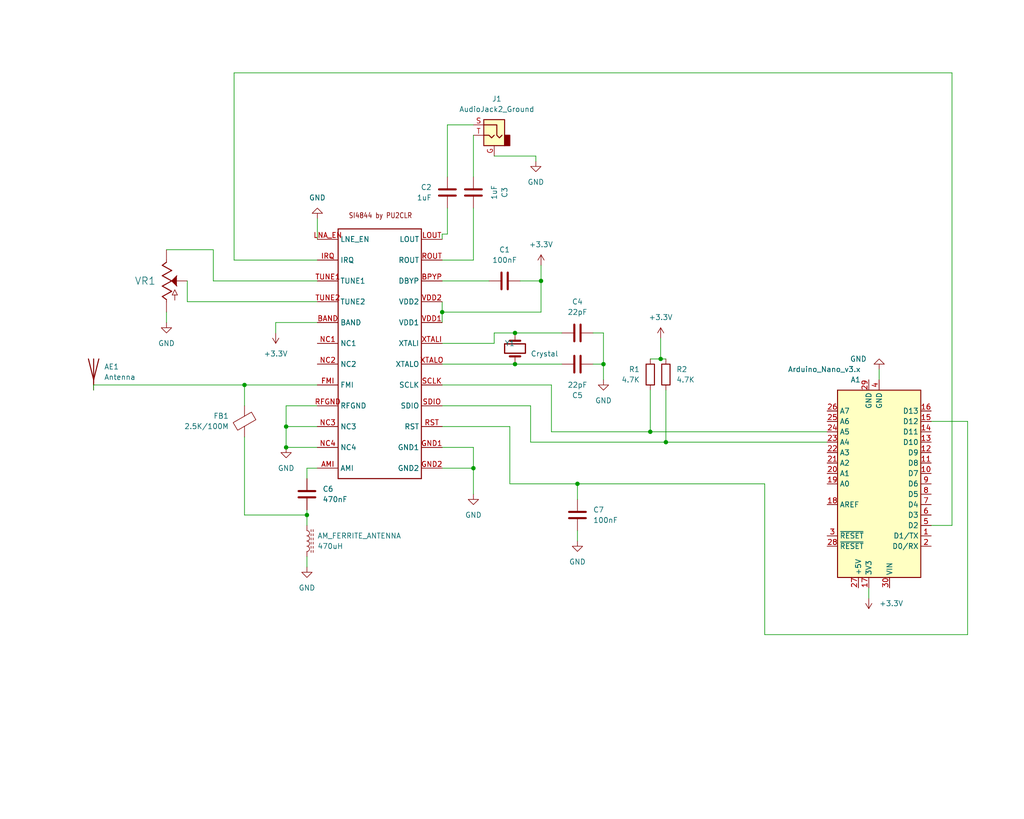
<source format=kicad_sch>
(kicad_sch (version 20230121) (generator eeschema)
  (paper "User" 250.012 200)
  (title_block (title "SI4844 and Arduino Setup") (company "Ricardo Lima Caratti"))
  (lib_symbols
    (symbol "Connector_Audio:AudioJack2_Ground"
      (property "Reference" "J" (at 0 8.89 0))
      (property "Value" "AudioJack2_Ground" (at 0 6.35 0))
      (symbol "AudioJack2_Ground_0_1"
        (rectangle (start -2.54 -2.54) (end -3.81 0) (stroke (width 0.254)) (fill (type outline)))
        (polyline (pts (xy 0 0) (xy 0.635 -0.635) (xy 1.27 0) (xy 2.54 0)) (stroke (width 0.254)))
        (polyline (pts (xy 2.54 2.54) (xy -0.635 2.54) (xy -0.635 0) (xy -1.27 -0.635) (xy -1.905 0)) (stroke (width 0.254)))
        (rectangle (start 2.54 3.81) (end -2.54 -2.54) (stroke (width 0.254)) (fill (type background)))
      )
      (symbol "AudioJack2_Ground_1_1"
        (pin passive line (at 0 -5.08 90) (length 2.54) (name "~") (number "G"))
        (pin passive line (at 5.08 2.54 180) (length 2.54) (name "~") (number "S"))
        (pin passive line (at 5.08 0 180) (length 2.54) (name "~") (number "T"))
      )
    )
    (symbol "Device:Antenna" (pin_numbers hide) (pin_names (offset 1.016) hide)
      (property "Reference" "AE" (at -1.905 1.905 0))
      (property "Value" "Antenna" (at -1.905 0 0))
      (symbol "Antenna_0_1"
        (polyline (pts (xy 0 2.54) (xy 0 -3.81)) (stroke (width 0.254)))
        (polyline (pts (xy 1.27 2.54) (xy 0 -2.54) (xy -1.27 2.54)) (stroke (width 0.254)))
      )
      (symbol "Antenna_1_1"
        (pin input line (at 0 -5.08 90) (length 2.54) (name "A") (number "1"))
      )
    )
    (symbol "Device:C" (pin_numbers hide) (pin_names (offset 0.254))
      (property "Reference" "C" (at 0.635 2.54 0))
      (property "Value" "C" (at 0.635 -2.54 0))
      (symbol "C_0_1"
        (polyline (pts (xy -2.032 -0.762) (xy 2.032 -0.762)) (stroke (width 0.508)))
        (polyline (pts (xy -2.032 0.762) (xy 2.032 0.762)) (stroke (width 0.508)))
      )
      (symbol "C_1_1"
        (pin passive line (at 0 3.81 270) (length 2.794) (name "~") (number "1"))
        (pin passive line (at 0 -3.81 90) (length 2.794) (name "~") (number "2"))
      )
    )
    (symbol "Device:Crystal" (pin_numbers hide) (pin_names (offset 1.016) hide)
      (property "Reference" "Y" (at 0 3.81 0))
      (property "Value" "Crystal" (at 0 -3.81 0))
      (symbol "Crystal_0_1"
        (rectangle (start -1.143 2.54) (end 1.143 -2.54) (stroke (width 0.3048)))
        (polyline (pts (xy -2.54 0) (xy -1.905 0)))
        (polyline (pts (xy -1.905 -1.27) (xy -1.905 1.27)) (stroke (width 0.508)))
        (polyline (pts (xy 1.905 -1.27) (xy 1.905 1.27)) (stroke (width 0.508)))
        (polyline (pts (xy 2.54 0) (xy 1.905 0)))
      )
      (symbol "Crystal_1_1"
        (pin passive line (at -3.81 0 0) (length 1.27) (name "1") (number "1"))
        (pin passive line (at 3.81 0 180) (length 1.27) (name "2") (number "2"))
      )
    )
    (symbol "Device:FerriteBead" (pin_numbers hide) (pin_names (offset 0))
      (property "Reference" "FB" (at -3.81 0.635 90))
      (property "Value" "FerriteBead" (at 3.81 0 90))
      (symbol "FerriteBead_0_1"
        (polyline (pts (xy 0 -1.27) (xy 0 -1.2192)))
        (polyline (pts (xy 0 1.27) (xy 0 1.2954)))
        (polyline (pts (xy -2.7686 0.4064) (xy -1.7018 2.2606) (xy 2.7686 -0.3048) (xy 1.6764 -2.159) (xy -2.7686 0.4064)))
      )
      (symbol "FerriteBead_1_1"
        (pin passive line (at 0 3.81 270) (length 2.54) (name "~") (number "1"))
        (pin passive line (at 0 -3.81 90) (length 2.54) (name "~") (number "2"))
      )
    )
    (symbol "Device:L_Ferrite" (pin_numbers hide) (pin_names (offset 1.016) hide)
      (property "Reference" "L" (at -1.27 0 90))
      (property "Value" "L_Ferrite" (at 2.794 0 90))
      (symbol "L_Ferrite_0_1"
        (arc (start 0 -2.54) (mid 0.6323 -1.905) (end 0 -1.27))
        (arc (start 0 -1.27) (mid 0.6323 -0.635) (end 0 0))
        (polyline (pts (xy 1.016 -2.794) (xy 1.016 -2.286)))
        (polyline (pts (xy 1.016 -1.778) (xy 1.016 -1.27)))
        (polyline (pts (xy 1.016 -0.762) (xy 1.016 -0.254)))
        (polyline (pts (xy 1.016 0.254) (xy 1.016 0.762)))
        (polyline (pts (xy 1.016 1.27) (xy 1.016 1.778)))
        (polyline (pts (xy 1.016 2.286) (xy 1.016 2.794)))
        (polyline (pts (xy 1.524 -2.286) (xy 1.524 -2.794)))
        (polyline (pts (xy 1.524 -1.27) (xy 1.524 -1.778)))
        (polyline (pts (xy 1.524 -0.254) (xy 1.524 -0.762)))
        (polyline (pts (xy 1.524 0.762) (xy 1.524 0.254)))
        (polyline (pts (xy 1.524 1.778) (xy 1.524 1.27)))
        (polyline (pts (xy 1.524 2.794) (xy 1.524 2.286)))
        (arc (start 0 0) (mid 0.6323 0.635) (end 0 1.27))
        (arc (start 0 1.27) (mid 0.6323 1.905) (end 0 2.54))
      )
      (symbol "L_Ferrite_1_1"
        (pin passive line (at 0 3.81 270) (length 1.27) (name "1") (number "1"))
        (pin passive line (at 0 -3.81 90) (length 1.27) (name "2") (number "2"))
      )
    )
    (symbol "Device:R" (pin_numbers hide) (pin_names (offset 0))
      (property "Reference" "R" (at 2.032 0 90))
      (property "Value" "R" (at 0 0 90))
      (symbol "R_0_1"
        (rectangle (start -1.016 -2.54) (end 1.016 2.54) (stroke (width 0.254)))
      )
      (symbol "R_1_1"
        (pin passive line (at 0 3.81 270) (length 1.27) (name "~") (number "1"))
        (pin passive line (at 0 -3.81 90) (length 1.27) (name "~") (number "2"))
      )
    )
    (symbol "MCU_Module:Arduino_Nano_v3.x"
      (property "Reference" "A" (at -10.16 23.495 0))
      (property "Value" "Arduino_Nano_v3.x" (at 5.08 -24.13 0))
      (symbol "Arduino_Nano_v3.x_0_1"
        (rectangle (start -10.16 22.86) (end 10.16 -22.86) (stroke (width 0.254)) (fill (type background)))
      )
      (symbol "Arduino_Nano_v3.x_1_1"
        (pin bidirectional line (at -12.7 12.7 0) (length 2.54) (name "D1/TX") (number "1"))
        (pin bidirectional line (at -12.7 -2.54 0) (length 2.54) (name "D7") (number "10"))
        (pin bidirectional line (at -12.7 -5.08 0) (length 2.54) (name "D8") (number "11"))
        (pin bidirectional line (at -12.7 -7.62 0) (length 2.54) (name "D9") (number "12"))
        (pin bidirectional line (at -12.7 -10.16 0) (length 2.54) (name "D10") (number "13"))
        (pin bidirectional line (at -12.7 -12.7 0) (length 2.54) (name "D11") (number "14"))
        (pin bidirectional line (at -12.7 -15.24 0) (length 2.54) (name "D12") (number "15"))
        (pin bidirectional line (at -12.7 -17.78 0) (length 2.54) (name "D13") (number "16"))
        (pin power_out line (at 2.54 25.4 270) (length 2.54) (name "3V3") (number "17"))
        (pin input line (at 12.7 5.08 180) (length 2.54) (name "AREF") (number "18"))
        (pin bidirectional line (at 12.7 0 180) (length 2.54) (name "A0") (number "19"))
        (pin bidirectional line (at -12.7 15.24 0) (length 2.54) (name "D0/RX") (number "2"))
        (pin bidirectional line (at 12.7 -2.54 180) (length 2.54) (name "A1") (number "20"))
        (pin bidirectional line (at 12.7 -5.08 180) (length 2.54) (name "A2") (number "21"))
        (pin bidirectional line (at 12.7 -7.62 180) (length 2.54) (name "A3") (number "22"))
        (pin bidirectional line (at 12.7 -10.16 180) (length 2.54) (name "A4") (number "23"))
        (pin bidirectional line (at 12.7 -12.7 180) (length 2.54) (name "A5") (number "24"))
        (pin bidirectional line (at 12.7 -15.24 180) (length 2.54) (name "A6") (number "25"))
        (pin bidirectional line (at 12.7 -17.78 180) (length 2.54) (name "A7") (number "26"))
        (pin power_out line (at 5.08 25.4 270) (length 2.54) (name "+5V") (number "27"))
        (pin input line (at 12.7 15.24 180) (length 2.54) (name "~{RESET}") (number "28"))
        (pin power_in line (at 2.54 -25.4 90) (length 2.54) (name "GND") (number "29"))
        (pin input line (at 12.7 12.7 180) (length 2.54) (name "~{RESET}") (number "3"))
        (pin power_in line (at -2.54 25.4 270) (length 2.54) (name "VIN") (number "30"))
        (pin power_in line (at 0 -25.4 90) (length 2.54) (name "GND") (number "4"))
        (pin bidirectional line (at -12.7 10.16 0) (length 2.54) (name "D2") (number "5"))
        (pin bidirectional line (at -12.7 7.62 0) (length 2.54) (name "D3") (number "6"))
        (pin bidirectional line (at -12.7 5.08 0) (length 2.54) (name "D4") (number "7"))
        (pin bidirectional line (at -12.7 2.54 0) (length 2.54) (name "D5") (number "8"))
        (pin bidirectional line (at -12.7 0 0) (length 2.54) (name "D6") (number "9"))
      )
    )
    (symbol "SI4844:POTENTIOMETER-PTH-9MM-1/20W-20%"
      (property "Reference" "VR" (at 3.048 -0.254 90))
      (symbol "POTENTIOMETER-PTH-9MM-1/20W-20%_1_0"
        (polyline (pts (xy -1.016 -3.81) (xy 1.27 -2.54)) (stroke (width 0.254)))
        (polyline (pts (xy -1.016 -1.27) (xy 1.27 0)) (stroke (width 0.254)))
        (polyline (pts (xy -1.016 1.27) (xy 1.27 2.54)) (stroke (width 0.254)))
        (polyline (pts (xy -1.016 3.81) (xy 0 4.572)) (stroke (width 0.254)))
        (polyline (pts (xy 0 -5.08) (xy 0 -4.572)) (stroke (width 0.1524)))
        (polyline (pts (xy 0 -4.572) (xy -1.016 -3.81)) (stroke (width 0.254)))
        (polyline (pts (xy 0 4.572) (xy 0 5.08)) (stroke (width 0.1524)))
        (polyline (pts (xy 1.27 -2.54) (xy -1.016 -1.27)) (stroke (width 0.254)))
        (polyline (pts (xy 1.27 0) (xy -1.016 1.27)) (stroke (width 0.254)))
        (polyline (pts (xy 1.27 2.54) (xy -1.016 3.81)) (stroke (width 0.254)))
        (polyline (pts (xy 1.397 -3.429) (xy 2.032 -2.159)) (stroke (width 0.1524)))
        (polyline (pts (xy 2.032 -4.699) (xy 2.032 -3.429)) (stroke (width 0.1524)))
        (polyline (pts (xy 2.032 -3.429) (xy 1.397 -3.429)) (stroke (width 0.1524)))
        (polyline (pts (xy 2.032 -2.159) (xy 2.667 -3.429)) (stroke (width 0.1524)))
        (polyline (pts (xy 2.667 -3.429) (xy 2.032 -3.429)) (stroke (width 0.1524)))
        (polyline (pts (xy 2.54 -1.27) (xy 1.27 0) (xy 2.54 1.27)) (stroke (width 0.2032)) (fill (type outline)))
        (pin passive line (at 0 7.62 270) (length 2.54) (name "E") (number "P$1"))
        (pin passive line (at 5.08 0 180) (length 2.54) (name "S") (number "P$2"))
        (pin passive line (at 0 -7.62 90) (length 2.54) (name "A") (number "P$3"))
      )
    )
    (symbol "SI4844:SI4844"
      (symbol "SI4844_1_0"
        (polyline (pts (xy -17.78 -30.48) (xy 2.54 -30.48)) (stroke (width 0.254)))
        (polyline (pts (xy -17.78 30.48) (xy -17.78 -30.48)) (stroke (width 0.254)))
        (polyline (pts (xy 2.54 -30.48) (xy 2.54 30.48)) (stroke (width 0.254)))
        (polyline (pts (xy 2.54 30.48) (xy -17.78 30.48)) (stroke (width 0.254)))
        (text "SI4844 by PU2CLR" (at -15.24 33.02 0) (effects (font (size 1.27 1.0795)) (justify left bottom)))
        (pin bidirectional line (at -22.86 -27.94 0) (length 5.08) (name "AMI") (number "AMI"))
        (pin bidirectional line (at -22.86 7.62 0) (length 5.08) (name "BAND") (number "BAND"))
        (pin bidirectional line (at 7.62 17.78 180) (length 5.08) (name "DBYP") (number "BPYP"))
        (pin bidirectional line (at -22.86 -7.62 0) (length 5.08) (name "FMI") (number "FMI"))
        (pin bidirectional line (at 7.62 -22.86 180) (length 5.08) (name "GND1") (number "GND1"))
        (pin bidirectional line (at 7.62 -27.94 180) (length 5.08) (name "GND2") (number "GND2"))
        (pin bidirectional line (at -22.86 22.86 0) (length 5.08) (name "IRQ") (number "IRQ"))
        (pin bidirectional line (at -22.86 27.94 0) (length 5.08) (name "LNE_EN") (number "LNA_EN"))
        (pin bidirectional line (at 7.62 27.94 180) (length 5.08) (name "LOUT") (number "LOUT"))
        (pin bidirectional line (at -22.86 2.54 0) (length 5.08) (name "NC1") (number "NC1"))
        (pin bidirectional line (at -22.86 -2.54 0) (length 5.08) (name "NC2") (number "NC2"))
        (pin bidirectional line (at -22.86 -17.78 0) (length 5.08) (name "NC3") (number "NC3"))
        (pin bidirectional line (at -22.86 -22.86 0) (length 5.08) (name "NC4") (number "NC4"))
        (pin bidirectional line (at -22.86 -12.7 0) (length 5.08) (name "RFGND") (number "RFGND"))
        (pin bidirectional line (at 7.62 22.86 180) (length 5.08) (name "ROUT") (number "ROUT"))
        (pin bidirectional line (at 7.62 -17.78 180) (length 5.08) (name "RST") (number "RST"))
        (pin bidirectional line (at 7.62 -7.62 180) (length 5.08) (name "SCLK") (number "SCLK"))
        (pin bidirectional line (at 7.62 -12.7 180) (length 5.08) (name "SDIO") (number "SDIO"))
        (pin bidirectional line (at -22.86 17.78 0) (length 5.08) (name "TUNE1") (number "TUNE1"))
        (pin bidirectional line (at -22.86 12.7 0) (length 5.08) (name "TUNE2") (number "TUNE2"))
        (pin bidirectional line (at 7.62 7.62 180) (length 5.08) (name "VDD1") (number "VDD1"))
        (pin bidirectional line (at 7.62 12.7 180) (length 5.08) (name "VDD2") (number "VDD2"))
        (pin bidirectional line (at 7.62 2.54 180) (length 5.08) (name "XTALI") (number "XTALI"))
        (pin bidirectional line (at 7.62 -2.54 180) (length 5.08) (name "XTALO") (number "XTALO"))
      )
    )
    (symbol "power:+3.3V" (power) (pin_names (offset 0))
      (property "Value" "+3.3V" (at 0 3.556 0))
      (symbol "+3.3V_0_1"
        (polyline (pts (xy -0.762 1.27) (xy 0 2.54)))
        (polyline (pts (xy 0 0) (xy 0 2.54)))
        (polyline (pts (xy 0 2.54) (xy 0.762 1.27)))
      )
      (symbol "+3.3V_1_1"
        (pin power_in line (at 0 0 90) (length 0) hide (name "+3.3V") (number "1"))
      )
    )
    (symbol "power:GND" (power) (pin_names (offset 0))
      (property "Value" "GND" (at 0 -3.81 0))
      (symbol "GND_0_1"
        (polyline (pts (xy 0 0) (xy 0 -1.27) (xy 1.27 -1.27) (xy 0 -2.54) (xy -1.27 -1.27) (xy 0 -1.27)))
      )
      (symbol "GND_1_1"
        (pin power_in line (at 0 0 270) (length 0) hide (name "GND") (number "1"))
      )
    )
  )
  (junction (at 158.75 105.41))
  (junction (at 147.32 88.9))
  (junction (at 140.97 118.11))
  (junction (at 59.69 93.98))
  (junction (at 115.57 114.3))
  (junction (at 69.85 104.14))
  (junction (at 162.56 107.95))
  (junction (at 107.95 76.2))
  (junction (at 125.73 88.9))
  (junction (at 74.93 125.73))
  (junction (at 69.85 109.22))
  (junction (at 125.73 81.28))
  (junction (at 161.29 87.63))
  (junction (at 132.08 68.58))
  (wire (pts (xy 140.97 129.54) (xy 140.97 132.08)))
  (wire (pts (xy 107.95 76.2) (xy 132.08 76.2)))
  (wire (pts (xy 107.95 109.22) (xy 115.57 109.22)))
  (wire (pts (xy 134.62 105.41) (xy 158.75 105.41)))
  (wire (pts (xy 107.95 63.5) (xy 115.57 63.5)))
  (wire (pts (xy 129.54 99.06) (xy 129.54 107.95)))
  (wire (pts (xy 147.32 81.28) (xy 147.32 88.9)))
  (wire (pts (xy 69.85 109.22) (xy 77.47 109.22)))
  (wire (pts (xy 107.95 68.58) (xy 119.38 68.58)))
  (wire (pts (xy 227.33 102.87) (xy 236.22 102.87)))
  (wire (pts (xy 107.95 88.9) (xy 125.73 88.9)))
  (wire (pts (xy 120.65 38.1) (xy 130.81 38.1)))
  (wire (pts (xy 52.07 68.58) (xy 77.47 68.58)))
  (wire (pts (xy 77.47 53.34) (xy 77.47 58.42)))
  (wire (pts (xy 144.78 88.9) (xy 147.32 88.9)))
  (wire (pts (xy 107.95 73.66) (xy 107.95 76.2)))
  (wire (pts (xy 132.08 64.77) (xy 132.08 68.58)))
  (wire (pts (xy 40.64 60.96) (xy 52.07 60.96)))
  (wire (pts (xy 77.47 78.74) (xy 67.31 78.74)))
  (wire (pts (xy 69.85 104.14) (xy 69.85 109.22)))
  (wire (pts (xy 162.56 95.25) (xy 162.56 107.95)))
  (wire (pts (xy 67.31 78.74) (xy 67.31 81.28)))
  (wire (pts (xy 115.57 114.3) (xy 115.57 120.65)))
  (wire (pts (xy 120.65 81.28) (xy 125.73 81.28)))
  (wire (pts (xy 129.54 107.95) (xy 162.56 107.95)))
  (wire (pts (xy 109.22 30.48) (xy 115.57 30.48)))
  (wire (pts (xy 107.95 104.14) (xy 124.46 104.14)))
  (wire (pts (xy 115.57 33.02) (xy 115.57 43.18)))
  (wire (pts (xy 107.95 114.3) (xy 115.57 114.3)))
  (wire (pts (xy 77.47 63.5) (xy 57.15 63.5)))
  (wire (pts (xy 162.56 107.95) (xy 201.93 107.95)))
  (wire (pts (xy 59.69 93.98) (xy 77.47 93.98)))
  (wire (pts (xy 45.72 68.58) (xy 45.72 73.66)))
  (wire (pts (xy 161.29 82.55) (xy 161.29 87.63)))
  (wire (pts (xy 140.97 118.11) (xy 186.69 118.11)))
  (wire (pts (xy 115.57 50.8) (xy 115.57 63.5)))
  (wire (pts (xy 107.95 58.42) (xy 107.95 57.15)))
  (wire (pts (xy 59.69 106.68) (xy 59.69 125.73)))
  (wire (pts (xy 130.81 38.1) (xy 130.81 39.37)))
  (wire (pts (xy 132.08 68.58) (xy 132.08 76.2)))
  (wire (pts (xy 144.78 81.28) (xy 147.32 81.28)))
  (wire (pts (xy 212.09 143.51) (xy 212.09 146.05)))
  (wire (pts (xy 69.85 99.06) (xy 69.85 104.14)))
  (wire (pts (xy 107.95 76.2) (xy 107.95 78.74)))
  (wire (pts (xy 120.65 83.82) (xy 120.65 81.28)))
  (wire (pts (xy 59.69 125.73) (xy 74.93 125.73)))
  (wire (pts (xy 124.46 118.11) (xy 140.97 118.11)))
  (wire (pts (xy 109.22 57.15) (xy 109.22 50.8)))
  (wire (pts (xy 158.75 105.41) (xy 201.93 105.41)))
  (wire (pts (xy 22.86 93.98) (xy 59.69 93.98)))
  (wire (pts (xy 236.22 102.87) (xy 236.22 154.94)))
  (wire (pts (xy 107.95 83.82) (xy 120.65 83.82)))
  (wire (pts (xy 107.95 57.15) (xy 109.22 57.15)))
  (wire (pts (xy 186.69 154.94) (xy 186.69 118.11)))
  (wire (pts (xy 45.72 73.66) (xy 77.47 73.66)))
  (wire (pts (xy 147.32 88.9) (xy 147.32 92.71)))
  (wire (pts (xy 74.93 124.46) (xy 74.93 125.73)))
  (wire (pts (xy 107.95 93.98) (xy 134.62 93.98)))
  (wire (pts (xy 140.97 118.11) (xy 140.97 121.92)))
  (wire (pts (xy 52.07 60.96) (xy 52.07 68.58)))
  (wire (pts (xy 22.86 95.25) (xy 22.86 93.98)))
  (wire (pts (xy 74.93 114.3) (xy 74.93 116.84)))
  (wire (pts (xy 107.95 99.06) (xy 129.54 99.06)))
  (wire (pts (xy 227.33 128.27) (xy 232.41 128.27)))
  (wire (pts (xy 161.29 87.63) (xy 162.56 87.63)))
  (wire (pts (xy 158.75 95.25) (xy 158.75 105.41)))
  (wire (pts (xy 77.47 114.3) (xy 74.93 114.3)))
  (wire (pts (xy 214.63 90.17) (xy 214.63 92.71)))
  (wire (pts (xy 57.15 63.5) (xy 57.15 17.78)))
  (wire (pts (xy 236.22 154.94) (xy 186.69 154.94)))
  (wire (pts (xy 40.64 76.2) (xy 40.64 78.74)))
  (wire (pts (xy 134.62 93.98) (xy 134.62 105.41)))
  (wire (pts (xy 125.73 88.9) (xy 137.16 88.9)))
  (wire (pts (xy 59.69 99.06) (xy 59.69 93.98)))
  (wire (pts (xy 57.15 17.78) (xy 232.41 17.78)))
  (wire (pts (xy 109.22 43.18) (xy 109.22 30.48)))
  (wire (pts (xy 74.93 135.89) (xy 74.93 138.43)))
  (wire (pts (xy 232.41 128.27) (xy 232.41 17.78)))
  (wire (pts (xy 125.73 81.28) (xy 137.16 81.28)))
  (wire (pts (xy 127 68.58) (xy 132.08 68.58)))
  (wire (pts (xy 158.75 87.63) (xy 161.29 87.63)))
  (wire (pts (xy 74.93 125.73) (xy 74.93 128.27)))
  (wire (pts (xy 124.46 104.14) (xy 124.46 118.11)))
  (wire (pts (xy 115.57 109.22) (xy 115.57 114.3)))
  (wire (pts (xy 77.47 99.06) (xy 69.85 99.06)))
  (wire (pts (xy 77.47 104.14) (xy 69.85 104.14)))
  (symbol (lib_id "power:+3.3V") (at 212.09 146.05 180) (unit 1)
    (property "Reference" "#PWR013" (effects hide))
    (property "Value" "+3.3V" (at 214.63 147.32 0) (effects (justify right)))
  )
  (symbol (lib_id "Device:C") (at 115.57 46.99 0) (mirror y) (unit 1)
    (property "Reference" "C3" (at 123.19 46.99 90))
    (property "Value" "1uF" (at 120.65 46.99 90))
  )
  (symbol (lib_id "SI4844:POTENTIOMETER-PTH-9MM-1/20W-20%") (at 40.64 68.58 0) (unit 1)
    (property "Reference" "VR1" (at 38.1 68.58 0) (effects (font (size 1.778 1.778)) (justify right)))
    (property "Footprint" "SI4844_01:POT-PTH-ALPS" (effects hide))
  )
  (symbol (lib_id "power:GND") (at 140.97 132.08 0) (unit 1)
    (property "Reference" "#PWR011" (effects hide))
    (property "Value" "GND" (at 140.97 137.16 0))
  )
  (symbol (lib_id "power:GND") (at 130.81 39.37 0) (unit 1)
    (property "Reference" "#PWR05" (effects hide))
    (property "Value" "GND" (at 130.81 44.45 0))
  )
  (symbol (lib_id "Connector_Audio:AudioJack2_Ground") (at 120.65 33.02 0) (mirror y) (unit 1)
    (property "Reference" "J1" (at 121.285 24.13 0))
    (property "Value" "AudioJack2_Ground" (at 121.285 26.67 0))
  )
  (symbol (lib_id "Device:C") (at 140.97 81.28 270) (unit 1)
    (property "Reference" "C4" (at 140.97 73.66 90))
    (property "Value" "22pF" (at 140.97 76.2 90))
  )
  (symbol (lib_id "Device:FerriteBead") (at 59.69 102.87 0) (mirror y) (unit 1)
    (property "Reference" "FB1" (at 55.88 101.5492 0) (effects (justify left)))
    (property "Value" "2.5K/100M" (at 55.88 104.0892 0) (effects (justify left)))
  )
  (symbol (lib_id "power:GND") (at 214.63 90.17 180) (unit 1)
    (property "Reference" "#PWR012" (effects hide))
    (property "Value" "GND" (at 209.55 87.63 0))
  )
  (symbol (lib_id "power:GND") (at 40.64 78.74 0) (unit 1)
    (property "Reference" "#PWR010" (effects hide))
    (property "Value" "GND" (at 40.64 83.82 0))
  )
  (symbol (lib_id "MCU_Module:Arduino_Nano_v3.x") (at 214.63 118.11 180) (unit 1)
    (property "Reference" "A1" (at 210.1341 92.71 0) (effects (justify left)))
    (property "Value" "Arduino_Nano_v3.x" (at 210.1341 90.17 0) (effects (justify left)))
    (property "Footprint" "Module:Arduino_Nano" (effects hide))
    (property "Datasheet" "http://www.mouser.com/pdfdocs/Gravitech_Arduino_Nano3_0.pdf" (effects hide))
  )
  (symbol (lib_id "Device:L_Ferrite") (at 74.93 132.08 0) (unit 1)
    (property "Reference" "AM_FERRITE_ANTENNA" (at 77.47 130.81 0) (effects (justify left)))
    (property "Value" "470uH" (at 77.47 133.35 0) (effects (justify left)))
  )
  (symbol (lib_id "Device:C") (at 109.22 46.99 0) (mirror y) (unit 1)
    (property "Reference" "C2" (at 105.41 45.72 0) (effects (justify left)))
    (property "Value" "1uF" (at 105.41 48.26 0) (effects (justify left)))
  )
  (symbol (lib_id "SI4844:SI4844") (at 100.33 86.36 0) (unit 1)
    (property "Reference" "SI1" (effects hide))
    (property "Footprint" "SI4844_01:SSOP24" (effects hide))
  )
  (symbol (lib_id "Device:R") (at 162.56 91.44 0) (unit 1)
    (property "Reference" "R2" (at 165.1 90.17 0) (effects (justify left)))
    (property "Value" "4.7K" (at 165.1 92.71 0) (effects (justify left)))
  )
  (symbol (lib_id "power:GND") (at 77.47 53.34 180) (unit 1)
    (property "Reference" "#PWR08" (effects hide))
    (property "Value" "GND" (at 77.47 48.26 0))
  )
  (symbol (lib_id "power:+3.3V") (at 132.08 64.77 0) (unit 1)
    (property "Reference" "#PWR01" (effects hide))
    (property "Value" "+3.3V" (at 132.08 59.69 0))
  )
  (symbol (lib_id "power:GND") (at 147.32 92.71 0) (unit 1)
    (property "Reference" "#PWR02" (effects hide))
    (property "Value" "GND" (at 147.32 97.79 0))
  )
  (symbol (lib_id "power:+3.3V") (at 161.29 82.55 0) (unit 1)
    (property "Reference" "#PWR04" (effects hide))
    (property "Value" "+3.3V" (at 161.29 77.47 0))
  )
  (symbol (lib_id "Device:R") (at 158.75 91.44 0) (mirror y) (unit 1)
    (property "Reference" "R1" (at 156.21 90.17 0) (effects (justify left)))
    (property "Value" "4.7K" (at 156.21 92.71 0) (effects (justify left)))
  )
  (symbol (lib_id "power:GND") (at 115.57 120.65 0) (unit 1)
    (property "Reference" "#PWR03" (effects hide))
    (property "Value" "GND" (at 115.57 125.73 0))
  )
  (symbol (lib_id "Device:C") (at 123.19 68.58 270) (unit 1)
    (property "Reference" "C1" (at 123.19 60.96 90))
    (property "Value" "100nF" (at 123.19 63.5 90))
  )
  (symbol (lib_id "power:GND") (at 69.85 109.22 0) (unit 1)
    (property "Reference" "#PWR07" (effects hide))
    (property "Value" "GND" (at 69.85 114.3 0))
  )
  (symbol (lib_id "Device:C") (at 140.97 125.73 0) (unit 1)
    (property "Reference" "C7" (at 144.78 124.46 0) (effects (justify left)))
    (property "Value" "100nF" (at 144.78 127 0) (effects (justify left)))
  )
  (symbol (lib_id "Device:Antenna") (at 22.86 90.17 0) (unit 1)
    (property "Reference" "AE1" (at 25.4 89.535 0) (effects (justify left)))
    (property "Value" "Antenna" (at 25.4 92.075 0) (effects (justify left)))
  )
  (symbol (lib_id "power:GND") (at 74.93 138.43 0) (unit 1)
    (property "Reference" "#PWR06" (effects hide))
    (property "Value" "GND" (at 74.93 143.51 0))
  )
  (symbol (lib_id "Device:C") (at 74.93 120.65 0) (unit 1)
    (property "Reference" "C6" (at 78.74 119.38 0) (effects (justify left)))
    (property "Value" "470nF" (at 78.74 121.92 0) (effects (justify left)))
  )
  (symbol (lib_id "power:+3.3V") (at 67.31 81.28 180) (unit 1)
    (property "Reference" "#PWR09" (effects hide))
    (property "Value" "+3.3V" (at 67.31 86.36 0))
  )
  (symbol (lib_id "Device:Crystal") (at 125.73 85.09 270) (unit 1)
    (property "Reference" "Y1" (at 123.19 83.82 90) (effects (justify left)))
    (property "Value" "Crystal" (at 129.54 86.36 90) (effects (justify left)))
  )
  (symbol (lib_id "Device:C") (at 140.97 88.9 270) (mirror x) (unit 1)
    (property "Reference" "C5" (at 140.97 96.52 90))
    (property "Value" "22pF" (at 140.97 93.98 90))
  )
)
</source>
